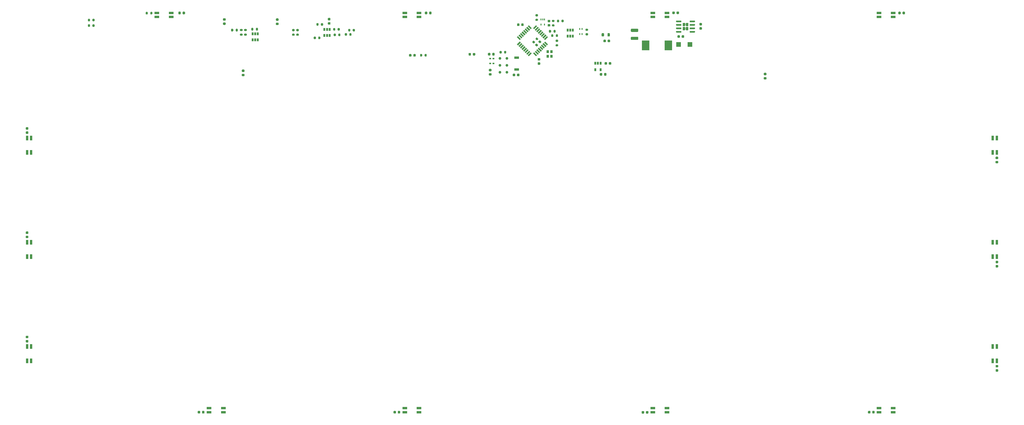
<source format=gbr>
%TF.GenerationSoftware,KiCad,Pcbnew,(5.1.8)-1*%
%TF.CreationDate,2022-08-08T12:33:42+10:00*%
%TF.ProjectId,tkl_keyboard,746b6c5f-6b65-4796-926f-6172642e6b69,rev?*%
%TF.SameCoordinates,Original*%
%TF.FileFunction,Paste,Top*%
%TF.FilePolarity,Positive*%
%FSLAX46Y46*%
G04 Gerber Fmt 4.6, Leading zero omitted, Abs format (unit mm)*
G04 Created by KiCad (PCBNEW (5.1.8)-1) date 2022-08-08 12:33:42*
%MOMM*%
%LPD*%
G01*
G04 APERTURE LIST*
%ADD10R,0.820000X1.800000*%
%ADD11R,1.800000X0.820000*%
%ADD12R,0.400000X0.650000*%
%ADD13R,0.700000X1.000000*%
%ADD14R,2.700000X3.600000*%
%ADD15R,1.800000X1.800000*%
%ADD16C,1.000000*%
%ADD17R,0.450000X0.750000*%
%ADD18R,1.700000X0.900000*%
%ADD19R,0.650000X1.060000*%
%ADD20C,0.100000*%
%ADD21R,0.850000X1.000000*%
%ADD22R,0.800000X0.600000*%
G04 APERTURE END LIST*
D10*
%TO.C,D180*%
X21475000Y-104993750D03*
X22975000Y-104993750D03*
X22975000Y-99793750D03*
X21475000Y-99793750D03*
%TD*%
%TO.C,D174*%
X21475000Y-143093750D03*
X22975000Y-143093750D03*
X22975000Y-137893750D03*
X21475000Y-137893750D03*
%TD*%
%TO.C,D167*%
X21475000Y-181193750D03*
X22975000Y-181193750D03*
X22975000Y-175993750D03*
X21475000Y-175993750D03*
%TD*%
D11*
%TO.C,D160*%
X93087500Y-199981250D03*
X93087500Y-198481250D03*
X87887500Y-198481250D03*
X87887500Y-199981250D03*
%TD*%
%TO.C,D31*%
X164525000Y-199981250D03*
X164525000Y-198481250D03*
X159325000Y-198481250D03*
X159325000Y-199981250D03*
%TD*%
%TO.C,D30*%
X332362500Y-54018750D03*
X332362500Y-55518750D03*
X337562500Y-55518750D03*
X337562500Y-54018750D03*
%TD*%
%TO.C,D29*%
X255012500Y-199981250D03*
X255012500Y-198481250D03*
X249812500Y-198481250D03*
X249812500Y-199981250D03*
%TD*%
%TO.C,D28*%
X249812500Y-54018750D03*
X249812500Y-55518750D03*
X255012500Y-55518750D03*
X255012500Y-54018750D03*
%TD*%
%TO.C,D22*%
X337562500Y-199981250D03*
X337562500Y-198481250D03*
X332362500Y-198481250D03*
X332362500Y-199981250D03*
%TD*%
%TO.C,D21*%
X159325000Y-54018750D03*
X159325000Y-55518750D03*
X164525000Y-55518750D03*
X164525000Y-54018750D03*
%TD*%
D10*
%TO.C,D15*%
X375400000Y-175993750D03*
X373900000Y-175993750D03*
X373900000Y-181193750D03*
X375400000Y-181193750D03*
%TD*%
D11*
%TO.C,D14*%
X68837500Y-54018750D03*
X68837500Y-55518750D03*
X74037500Y-55518750D03*
X74037500Y-54018750D03*
%TD*%
D10*
%TO.C,D8*%
X375400000Y-137893750D03*
X373900000Y-137893750D03*
X373900000Y-143093750D03*
X375400000Y-143093750D03*
%TD*%
%TO.C,D2*%
X375400000Y-99793750D03*
X373900000Y-99793750D03*
X373900000Y-104993750D03*
X375400000Y-104993750D03*
%TD*%
D12*
%TO.C,U10*%
X210347080Y-58298080D03*
X209047080Y-58298080D03*
X209697080Y-56398080D03*
X209047080Y-56398080D03*
X210347080Y-56398080D03*
%TD*%
%TO.C,R8*%
G36*
G01*
X207176960Y-56159720D02*
X207726960Y-56159720D01*
G75*
G02*
X207926960Y-56359720I0J-200000D01*
G01*
X207926960Y-56759720D01*
G75*
G02*
X207726960Y-56959720I-200000J0D01*
G01*
X207176960Y-56959720D01*
G75*
G02*
X206976960Y-56759720I0J200000D01*
G01*
X206976960Y-56359720D01*
G75*
G02*
X207176960Y-56159720I200000J0D01*
G01*
G37*
G36*
G01*
X207176960Y-54509720D02*
X207726960Y-54509720D01*
G75*
G02*
X207926960Y-54709720I0J-200000D01*
G01*
X207926960Y-55109720D01*
G75*
G02*
X207726960Y-55309720I-200000J0D01*
G01*
X207176960Y-55309720D01*
G75*
G02*
X206976960Y-55109720I0J200000D01*
G01*
X206976960Y-54709720D01*
G75*
G02*
X207176960Y-54509720I200000J0D01*
G01*
G37*
%TD*%
%TO.C,R46*%
G36*
G01*
X104942960Y-60239320D02*
X104942960Y-59689320D01*
G75*
G02*
X105142960Y-59489320I200000J0D01*
G01*
X105542960Y-59489320D01*
G75*
G02*
X105742960Y-59689320I0J-200000D01*
G01*
X105742960Y-60239320D01*
G75*
G02*
X105542960Y-60439320I-200000J0D01*
G01*
X105142960Y-60439320D01*
G75*
G02*
X104942960Y-60239320I0J200000D01*
G01*
G37*
G36*
G01*
X103292960Y-60239320D02*
X103292960Y-59689320D01*
G75*
G02*
X103492960Y-59489320I200000J0D01*
G01*
X103892960Y-59489320D01*
G75*
G02*
X104092960Y-59689320I0J-200000D01*
G01*
X104092960Y-60239320D01*
G75*
G02*
X103892960Y-60439320I-200000J0D01*
G01*
X103492960Y-60439320D01*
G75*
G02*
X103292960Y-60239320I0J200000D01*
G01*
G37*
%TD*%
%TO.C,R45*%
G36*
G01*
X96727960Y-60034760D02*
X96727960Y-60584760D01*
G75*
G02*
X96527960Y-60784760I-200000J0D01*
G01*
X96127960Y-60784760D01*
G75*
G02*
X95927960Y-60584760I0J200000D01*
G01*
X95927960Y-60034760D01*
G75*
G02*
X96127960Y-59834760I200000J0D01*
G01*
X96527960Y-59834760D01*
G75*
G02*
X96727960Y-60034760I0J-200000D01*
G01*
G37*
G36*
G01*
X98377960Y-60034760D02*
X98377960Y-60584760D01*
G75*
G02*
X98177960Y-60784760I-200000J0D01*
G01*
X97777960Y-60784760D01*
G75*
G02*
X97577960Y-60584760I0J200000D01*
G01*
X97577960Y-60034760D01*
G75*
G02*
X97777960Y-59834760I200000J0D01*
G01*
X98177960Y-59834760D01*
G75*
G02*
X98377960Y-60034760I0J-200000D01*
G01*
G37*
%TD*%
%TO.C,R44*%
G36*
G01*
X126877760Y-62869400D02*
X126877760Y-63419400D01*
G75*
G02*
X126677760Y-63619400I-200000J0D01*
G01*
X126277760Y-63619400D01*
G75*
G02*
X126077760Y-63419400I0J200000D01*
G01*
X126077760Y-62869400D01*
G75*
G02*
X126277760Y-62669400I200000J0D01*
G01*
X126677760Y-62669400D01*
G75*
G02*
X126877760Y-62869400I0J-200000D01*
G01*
G37*
G36*
G01*
X128527760Y-62869400D02*
X128527760Y-63419400D01*
G75*
G02*
X128327760Y-63619400I-200000J0D01*
G01*
X127927760Y-63619400D01*
G75*
G02*
X127727760Y-63419400I0J200000D01*
G01*
X127727760Y-62869400D01*
G75*
G02*
X127927760Y-62669400I200000J0D01*
G01*
X128327760Y-62669400D01*
G75*
G02*
X128527760Y-62869400I0J-200000D01*
G01*
G37*
%TD*%
%TO.C,R43*%
G36*
G01*
X127868360Y-57931640D02*
X127868360Y-58481640D01*
G75*
G02*
X127668360Y-58681640I-200000J0D01*
G01*
X127268360Y-58681640D01*
G75*
G02*
X127068360Y-58481640I0J200000D01*
G01*
X127068360Y-57931640D01*
G75*
G02*
X127268360Y-57731640I200000J0D01*
G01*
X127668360Y-57731640D01*
G75*
G02*
X127868360Y-57931640I0J-200000D01*
G01*
G37*
G36*
G01*
X129518360Y-57931640D02*
X129518360Y-58481640D01*
G75*
G02*
X129318360Y-58681640I-200000J0D01*
G01*
X128918360Y-58681640D01*
G75*
G02*
X128718360Y-58481640I0J200000D01*
G01*
X128718360Y-57931640D01*
G75*
G02*
X128918360Y-57731640I200000J0D01*
G01*
X129318360Y-57731640D01*
G75*
G02*
X129518360Y-57931640I0J-200000D01*
G01*
G37*
%TD*%
%TO.C,R42*%
G36*
G01*
X214548040Y-65471360D02*
X215098040Y-65471360D01*
G75*
G02*
X215298040Y-65671360I0J-200000D01*
G01*
X215298040Y-66071360D01*
G75*
G02*
X215098040Y-66271360I-200000J0D01*
G01*
X214548040Y-66271360D01*
G75*
G02*
X214348040Y-66071360I0J200000D01*
G01*
X214348040Y-65671360D01*
G75*
G02*
X214548040Y-65471360I200000J0D01*
G01*
G37*
G36*
G01*
X214548040Y-63821360D02*
X215098040Y-63821360D01*
G75*
G02*
X215298040Y-64021360I0J-200000D01*
G01*
X215298040Y-64421360D01*
G75*
G02*
X215098040Y-64621360I-200000J0D01*
G01*
X214548040Y-64621360D01*
G75*
G02*
X214348040Y-64421360I0J200000D01*
G01*
X214348040Y-64021360D01*
G75*
G02*
X214548040Y-63821360I200000J0D01*
G01*
G37*
%TD*%
%TO.C,R41*%
G36*
G01*
X134813360Y-60295200D02*
X134813360Y-59745200D01*
G75*
G02*
X135013360Y-59545200I200000J0D01*
G01*
X135413360Y-59545200D01*
G75*
G02*
X135613360Y-59745200I0J-200000D01*
G01*
X135613360Y-60295200D01*
G75*
G02*
X135413360Y-60495200I-200000J0D01*
G01*
X135013360Y-60495200D01*
G75*
G02*
X134813360Y-60295200I0J200000D01*
G01*
G37*
G36*
G01*
X133163360Y-60295200D02*
X133163360Y-59745200D01*
G75*
G02*
X133363360Y-59545200I200000J0D01*
G01*
X133763360Y-59545200D01*
G75*
G02*
X133963360Y-59745200I0J-200000D01*
G01*
X133963360Y-60295200D01*
G75*
G02*
X133763360Y-60495200I-200000J0D01*
G01*
X133363360Y-60495200D01*
G75*
G02*
X133163360Y-60295200I0J200000D01*
G01*
G37*
%TD*%
%TO.C,R40*%
G36*
G01*
X135031800Y-62317040D02*
X135031800Y-61767040D01*
G75*
G02*
X135231800Y-61567040I200000J0D01*
G01*
X135631800Y-61567040D01*
G75*
G02*
X135831800Y-61767040I0J-200000D01*
G01*
X135831800Y-62317040D01*
G75*
G02*
X135631800Y-62517040I-200000J0D01*
G01*
X135231800Y-62517040D01*
G75*
G02*
X135031800Y-62317040I0J200000D01*
G01*
G37*
G36*
G01*
X133381800Y-62317040D02*
X133381800Y-61767040D01*
G75*
G02*
X133581800Y-61567040I200000J0D01*
G01*
X133981800Y-61567040D01*
G75*
G02*
X134181800Y-61767040I0J-200000D01*
G01*
X134181800Y-62317040D01*
G75*
G02*
X133981800Y-62517040I-200000J0D01*
G01*
X133581800Y-62517040D01*
G75*
G02*
X133381800Y-62317040I0J200000D01*
G01*
G37*
%TD*%
%TO.C,C124*%
G36*
G01*
X100580000Y-75621000D02*
X100080000Y-75621000D01*
G75*
G02*
X99855000Y-75396000I0J225000D01*
G01*
X99855000Y-74946000D01*
G75*
G02*
X100080000Y-74721000I225000J0D01*
G01*
X100580000Y-74721000D01*
G75*
G02*
X100805000Y-74946000I0J-225000D01*
G01*
X100805000Y-75396000D01*
G75*
G02*
X100580000Y-75621000I-225000J0D01*
G01*
G37*
G36*
G01*
X100580000Y-77171000D02*
X100080000Y-77171000D01*
G75*
G02*
X99855000Y-76946000I0J225000D01*
G01*
X99855000Y-76496000D01*
G75*
G02*
X100080000Y-76271000I225000J0D01*
G01*
X100580000Y-76271000D01*
G75*
G02*
X100805000Y-76496000I0J-225000D01*
G01*
X100805000Y-76946000D01*
G75*
G02*
X100580000Y-77171000I-225000J0D01*
G01*
G37*
%TD*%
%TO.C,C123*%
G36*
G01*
X290580000Y-77460000D02*
X291080000Y-77460000D01*
G75*
G02*
X291305000Y-77685000I0J-225000D01*
G01*
X291305000Y-78135000D01*
G75*
G02*
X291080000Y-78360000I-225000J0D01*
G01*
X290580000Y-78360000D01*
G75*
G02*
X290355000Y-78135000I0J225000D01*
G01*
X290355000Y-77685000D01*
G75*
G02*
X290580000Y-77460000I225000J0D01*
G01*
G37*
G36*
G01*
X290580000Y-75910000D02*
X291080000Y-75910000D01*
G75*
G02*
X291305000Y-76135000I0J-225000D01*
G01*
X291305000Y-76585000D01*
G75*
G02*
X291080000Y-76810000I-225000J0D01*
G01*
X290580000Y-76810000D01*
G75*
G02*
X290355000Y-76585000I0J225000D01*
G01*
X290355000Y-76135000D01*
G75*
G02*
X290580000Y-75910000I225000J0D01*
G01*
G37*
%TD*%
%TO.C,C122*%
G36*
G01*
X246677000Y-199775000D02*
X246677000Y-200275000D01*
G75*
G02*
X246452000Y-200500000I-225000J0D01*
G01*
X246002000Y-200500000D01*
G75*
G02*
X245777000Y-200275000I0J225000D01*
G01*
X245777000Y-199775000D01*
G75*
G02*
X246002000Y-199550000I225000J0D01*
G01*
X246452000Y-199550000D01*
G75*
G02*
X246677000Y-199775000I0J-225000D01*
G01*
G37*
G36*
G01*
X248227000Y-199775000D02*
X248227000Y-200275000D01*
G75*
G02*
X248002000Y-200500000I-225000J0D01*
G01*
X247552000Y-200500000D01*
G75*
G02*
X247327000Y-200275000I0J225000D01*
G01*
X247327000Y-199775000D01*
G75*
G02*
X247552000Y-199550000I225000J0D01*
G01*
X248002000Y-199550000D01*
G75*
G02*
X248227000Y-199775000I0J-225000D01*
G01*
G37*
%TD*%
%TO.C,R15*%
G36*
G01*
X119907640Y-59926000D02*
X120457640Y-59926000D01*
G75*
G02*
X120657640Y-60126000I0J-200000D01*
G01*
X120657640Y-60526000D01*
G75*
G02*
X120457640Y-60726000I-200000J0D01*
G01*
X119907640Y-60726000D01*
G75*
G02*
X119707640Y-60526000I0J200000D01*
G01*
X119707640Y-60126000D01*
G75*
G02*
X119907640Y-59926000I200000J0D01*
G01*
G37*
G36*
G01*
X119907640Y-61576000D02*
X120457640Y-61576000D01*
G75*
G02*
X120657640Y-61776000I0J-200000D01*
G01*
X120657640Y-62176000D01*
G75*
G02*
X120457640Y-62376000I-200000J0D01*
G01*
X119907640Y-62376000D01*
G75*
G02*
X119707640Y-62176000I0J200000D01*
G01*
X119707640Y-61776000D01*
G75*
G02*
X119907640Y-61576000I200000J0D01*
G01*
G37*
%TD*%
%TO.C,R3*%
G36*
G01*
X165687800Y-69204800D02*
X165687800Y-69754800D01*
G75*
G02*
X165487800Y-69954800I-200000J0D01*
G01*
X165087800Y-69954800D01*
G75*
G02*
X164887800Y-69754800I0J200000D01*
G01*
X164887800Y-69204800D01*
G75*
G02*
X165087800Y-69004800I200000J0D01*
G01*
X165487800Y-69004800D01*
G75*
G02*
X165687800Y-69204800I0J-200000D01*
G01*
G37*
G36*
G01*
X167337800Y-69204800D02*
X167337800Y-69754800D01*
G75*
G02*
X167137800Y-69954800I-200000J0D01*
G01*
X166737800Y-69954800D01*
G75*
G02*
X166537800Y-69754800I0J200000D01*
G01*
X166537800Y-69204800D01*
G75*
G02*
X166737800Y-69004800I200000J0D01*
G01*
X167137800Y-69004800D01*
G75*
G02*
X167337800Y-69204800I0J-200000D01*
G01*
G37*
%TD*%
%TO.C,D194*%
G36*
G01*
X161752800Y-69263550D02*
X161752800Y-69776050D01*
G75*
G02*
X161534050Y-69994800I-218750J0D01*
G01*
X161096550Y-69994800D01*
G75*
G02*
X160877800Y-69776050I0J218750D01*
G01*
X160877800Y-69263550D01*
G75*
G02*
X161096550Y-69044800I218750J0D01*
G01*
X161534050Y-69044800D01*
G75*
G02*
X161752800Y-69263550I0J-218750D01*
G01*
G37*
G36*
G01*
X163327800Y-69263550D02*
X163327800Y-69776050D01*
G75*
G02*
X163109050Y-69994800I-218750J0D01*
G01*
X162671550Y-69994800D01*
G75*
G02*
X162452800Y-69776050I0J218750D01*
G01*
X162452800Y-69263550D01*
G75*
G02*
X162671550Y-69044800I218750J0D01*
G01*
X163109050Y-69044800D01*
G75*
G02*
X163327800Y-69263550I0J-218750D01*
G01*
G37*
%TD*%
D13*
%TO.C,U9*%
X230759000Y-74777300D03*
X228859000Y-74777300D03*
X228859000Y-72377300D03*
X229809000Y-72377300D03*
X230759000Y-72377300D03*
%TD*%
%TO.C,U2*%
G36*
G01*
X261662400Y-57894440D02*
X261662400Y-58644440D01*
G75*
G02*
X261432400Y-58874440I-230000J0D01*
G01*
X260972400Y-58874440D01*
G75*
G02*
X260742400Y-58644440I0J230000D01*
G01*
X260742400Y-57894440D01*
G75*
G02*
X260972400Y-57664440I230000J0D01*
G01*
X261432400Y-57664440D01*
G75*
G02*
X261662400Y-57894440I0J-230000D01*
G01*
G37*
G36*
G01*
X261662400Y-59394440D02*
X261662400Y-60144440D01*
G75*
G02*
X261432400Y-60374440I-230000J0D01*
G01*
X260972400Y-60374440D01*
G75*
G02*
X260742400Y-60144440I0J230000D01*
G01*
X260742400Y-59394440D01*
G75*
G02*
X260972400Y-59164440I230000J0D01*
G01*
X261432400Y-59164440D01*
G75*
G02*
X261662400Y-59394440I0J-230000D01*
G01*
G37*
G36*
G01*
X262802400Y-57894440D02*
X262802400Y-58644440D01*
G75*
G02*
X262572400Y-58874440I-230000J0D01*
G01*
X262112400Y-58874440D01*
G75*
G02*
X261882400Y-58644440I0J230000D01*
G01*
X261882400Y-57894440D01*
G75*
G02*
X262112400Y-57664440I230000J0D01*
G01*
X262572400Y-57664440D01*
G75*
G02*
X262802400Y-57894440I0J-230000D01*
G01*
G37*
G36*
G01*
X262802400Y-59394440D02*
X262802400Y-60144440D01*
G75*
G02*
X262572400Y-60374440I-230000J0D01*
G01*
X262112400Y-60374440D01*
G75*
G02*
X261882400Y-60144440I0J230000D01*
G01*
X261882400Y-59394440D01*
G75*
G02*
X262112400Y-59164440I230000J0D01*
G01*
X262572400Y-59164440D01*
G75*
G02*
X262802400Y-59394440I0J-230000D01*
G01*
G37*
G36*
G01*
X260272400Y-60774440D02*
X260272400Y-61074440D01*
G75*
G02*
X260122400Y-61224440I-150000J0D01*
G01*
X258472400Y-61224440D01*
G75*
G02*
X258322400Y-61074440I0J150000D01*
G01*
X258322400Y-60774440D01*
G75*
G02*
X258472400Y-60624440I150000J0D01*
G01*
X260122400Y-60624440D01*
G75*
G02*
X260272400Y-60774440I0J-150000D01*
G01*
G37*
G36*
G01*
X260272400Y-59504440D02*
X260272400Y-59804440D01*
G75*
G02*
X260122400Y-59954440I-150000J0D01*
G01*
X258472400Y-59954440D01*
G75*
G02*
X258322400Y-59804440I0J150000D01*
G01*
X258322400Y-59504440D01*
G75*
G02*
X258472400Y-59354440I150000J0D01*
G01*
X260122400Y-59354440D01*
G75*
G02*
X260272400Y-59504440I0J-150000D01*
G01*
G37*
G36*
G01*
X260272400Y-58234440D02*
X260272400Y-58534440D01*
G75*
G02*
X260122400Y-58684440I-150000J0D01*
G01*
X258472400Y-58684440D01*
G75*
G02*
X258322400Y-58534440I0J150000D01*
G01*
X258322400Y-58234440D01*
G75*
G02*
X258472400Y-58084440I150000J0D01*
G01*
X260122400Y-58084440D01*
G75*
G02*
X260272400Y-58234440I0J-150000D01*
G01*
G37*
G36*
G01*
X260272400Y-56964440D02*
X260272400Y-57264440D01*
G75*
G02*
X260122400Y-57414440I-150000J0D01*
G01*
X258472400Y-57414440D01*
G75*
G02*
X258322400Y-57264440I0J150000D01*
G01*
X258322400Y-56964440D01*
G75*
G02*
X258472400Y-56814440I150000J0D01*
G01*
X260122400Y-56814440D01*
G75*
G02*
X260272400Y-56964440I0J-150000D01*
G01*
G37*
G36*
G01*
X265222400Y-56964440D02*
X265222400Y-57264440D01*
G75*
G02*
X265072400Y-57414440I-150000J0D01*
G01*
X263422400Y-57414440D01*
G75*
G02*
X263272400Y-57264440I0J150000D01*
G01*
X263272400Y-56964440D01*
G75*
G02*
X263422400Y-56814440I150000J0D01*
G01*
X265072400Y-56814440D01*
G75*
G02*
X265222400Y-56964440I0J-150000D01*
G01*
G37*
G36*
G01*
X265222400Y-58234440D02*
X265222400Y-58534440D01*
G75*
G02*
X265072400Y-58684440I-150000J0D01*
G01*
X263422400Y-58684440D01*
G75*
G02*
X263272400Y-58534440I0J150000D01*
G01*
X263272400Y-58234440D01*
G75*
G02*
X263422400Y-58084440I150000J0D01*
G01*
X265072400Y-58084440D01*
G75*
G02*
X265222400Y-58234440I0J-150000D01*
G01*
G37*
G36*
G01*
X265222400Y-59504440D02*
X265222400Y-59804440D01*
G75*
G02*
X265072400Y-59954440I-150000J0D01*
G01*
X263422400Y-59954440D01*
G75*
G02*
X263272400Y-59804440I0J150000D01*
G01*
X263272400Y-59504440D01*
G75*
G02*
X263422400Y-59354440I150000J0D01*
G01*
X265072400Y-59354440D01*
G75*
G02*
X265222400Y-59504440I0J-150000D01*
G01*
G37*
G36*
G01*
X265222400Y-60774440D02*
X265222400Y-61074440D01*
G75*
G02*
X265072400Y-61224440I-150000J0D01*
G01*
X263422400Y-61224440D01*
G75*
G02*
X263272400Y-61074440I0J150000D01*
G01*
X263272400Y-60774440D01*
G75*
G02*
X263422400Y-60624440I150000J0D01*
G01*
X265072400Y-60624440D01*
G75*
G02*
X265222400Y-60774440I0J-150000D01*
G01*
G37*
%TD*%
D14*
%TO.C,L2*%
X247183000Y-65928240D03*
X255483000Y-65928240D03*
%TD*%
D15*
%TO.C,D1*%
X263410700Y-65572640D03*
X259210700Y-65572640D03*
%TD*%
%TO.C,C121*%
G36*
G01*
X244284681Y-60954080D02*
X242084679Y-60954080D01*
G75*
G02*
X241834680Y-60704081I0J249999D01*
G01*
X241834680Y-60054079D01*
G75*
G02*
X242084679Y-59804080I249999J0D01*
G01*
X244284681Y-59804080D01*
G75*
G02*
X244534680Y-60054079I0J-249999D01*
G01*
X244534680Y-60704081D01*
G75*
G02*
X244284681Y-60954080I-249999J0D01*
G01*
G37*
G36*
G01*
X244284681Y-63904080D02*
X242084679Y-63904080D01*
G75*
G02*
X241834680Y-63654081I0J249999D01*
G01*
X241834680Y-63004079D01*
G75*
G02*
X242084679Y-62754080I249999J0D01*
G01*
X244284681Y-62754080D01*
G75*
G02*
X244534680Y-63004079I0J-249999D01*
G01*
X244534680Y-63654081D01*
G75*
G02*
X244284681Y-63904080I-249999J0D01*
G01*
G37*
%TD*%
%TO.C,C120*%
G36*
G01*
X232049200Y-76724320D02*
X232049200Y-76224320D01*
G75*
G02*
X232274200Y-75999320I225000J0D01*
G01*
X232724200Y-75999320D01*
G75*
G02*
X232949200Y-76224320I0J-225000D01*
G01*
X232949200Y-76724320D01*
G75*
G02*
X232724200Y-76949320I-225000J0D01*
G01*
X232274200Y-76949320D01*
G75*
G02*
X232049200Y-76724320I0J225000D01*
G01*
G37*
G36*
G01*
X230499200Y-76724320D02*
X230499200Y-76224320D01*
G75*
G02*
X230724200Y-75999320I225000J0D01*
G01*
X231174200Y-75999320D01*
G75*
G02*
X231399200Y-76224320I0J-225000D01*
G01*
X231399200Y-76724320D01*
G75*
G02*
X231174200Y-76949320I-225000J0D01*
G01*
X230724200Y-76949320D01*
G75*
G02*
X230499200Y-76724320I0J225000D01*
G01*
G37*
%TD*%
%TO.C,C119*%
G36*
G01*
X259733200Y-62401640D02*
X259733200Y-62901640D01*
G75*
G02*
X259508200Y-63126640I-225000J0D01*
G01*
X259058200Y-63126640D01*
G75*
G02*
X258833200Y-62901640I0J225000D01*
G01*
X258833200Y-62401640D01*
G75*
G02*
X259058200Y-62176640I225000J0D01*
G01*
X259508200Y-62176640D01*
G75*
G02*
X259733200Y-62401640I0J-225000D01*
G01*
G37*
G36*
G01*
X261283200Y-62401640D02*
X261283200Y-62901640D01*
G75*
G02*
X261058200Y-63126640I-225000J0D01*
G01*
X260608200Y-63126640D01*
G75*
G02*
X260383200Y-62901640I0J225000D01*
G01*
X260383200Y-62401640D01*
G75*
G02*
X260608200Y-62176640I225000J0D01*
G01*
X261058200Y-62176640D01*
G75*
G02*
X261283200Y-62401640I0J-225000D01*
G01*
G37*
%TD*%
%TO.C,C5*%
G36*
G01*
X233791640Y-72726360D02*
X233791640Y-72226360D01*
G75*
G02*
X234016640Y-72001360I225000J0D01*
G01*
X234466640Y-72001360D01*
G75*
G02*
X234691640Y-72226360I0J-225000D01*
G01*
X234691640Y-72726360D01*
G75*
G02*
X234466640Y-72951360I-225000J0D01*
G01*
X234016640Y-72951360D01*
G75*
G02*
X233791640Y-72726360I0J225000D01*
G01*
G37*
G36*
G01*
X232241640Y-72726360D02*
X232241640Y-72226360D01*
G75*
G02*
X232466640Y-72001360I225000J0D01*
G01*
X232916640Y-72001360D01*
G75*
G02*
X233141640Y-72226360I0J-225000D01*
G01*
X233141640Y-72726360D01*
G75*
G02*
X232916640Y-72951360I-225000J0D01*
G01*
X232466640Y-72951360D01*
G75*
G02*
X232241640Y-72726360I0J225000D01*
G01*
G37*
%TD*%
%TO.C,C4*%
G36*
G01*
X267559600Y-58595080D02*
X267059600Y-58595080D01*
G75*
G02*
X266834600Y-58370080I0J225000D01*
G01*
X266834600Y-57920080D01*
G75*
G02*
X267059600Y-57695080I225000J0D01*
G01*
X267559600Y-57695080D01*
G75*
G02*
X267784600Y-57920080I0J-225000D01*
G01*
X267784600Y-58370080D01*
G75*
G02*
X267559600Y-58595080I-225000J0D01*
G01*
G37*
G36*
G01*
X267559600Y-60145080D02*
X267059600Y-60145080D01*
G75*
G02*
X266834600Y-59920080I0J225000D01*
G01*
X266834600Y-59470080D01*
G75*
G02*
X267059600Y-59245080I225000J0D01*
G01*
X267559600Y-59245080D01*
G75*
G02*
X267784600Y-59470080I0J-225000D01*
G01*
X267784600Y-59920080D01*
G75*
G02*
X267559600Y-60145080I-225000J0D01*
G01*
G37*
%TD*%
D16*
%TO.C,J5*%
X194030600Y-70637400D03*
X196570600Y-70637400D03*
X194030600Y-73177400D03*
X196570600Y-73177400D03*
X194030600Y-75717400D03*
X196570600Y-75717400D03*
%TD*%
%TO.C,C3*%
G36*
G01*
X234262080Y-64022160D02*
X234262080Y-64522160D01*
G75*
G02*
X234037080Y-64747160I-225000J0D01*
G01*
X233587080Y-64747160D01*
G75*
G02*
X233362080Y-64522160I0J225000D01*
G01*
X233362080Y-64022160D01*
G75*
G02*
X233587080Y-63797160I225000J0D01*
G01*
X234037080Y-63797160D01*
G75*
G02*
X234262080Y-64022160I0J-225000D01*
G01*
G37*
G36*
G01*
X232712080Y-64022160D02*
X232712080Y-64522160D01*
G75*
G02*
X232487080Y-64747160I-225000J0D01*
G01*
X232037080Y-64747160D01*
G75*
G02*
X231812080Y-64522160I0J225000D01*
G01*
X231812080Y-64022160D01*
G75*
G02*
X232037080Y-63797160I225000J0D01*
G01*
X232487080Y-63797160D01*
G75*
G02*
X232712080Y-64022160I0J-225000D01*
G01*
G37*
%TD*%
%TO.C,C6*%
G36*
G01*
X211687600Y-58097000D02*
X212187600Y-58097000D01*
G75*
G02*
X212412600Y-58322000I0J-225000D01*
G01*
X212412600Y-58772000D01*
G75*
G02*
X212187600Y-58997000I-225000J0D01*
G01*
X211687600Y-58997000D01*
G75*
G02*
X211462600Y-58772000I0J225000D01*
G01*
X211462600Y-58322000D01*
G75*
G02*
X211687600Y-58097000I225000J0D01*
G01*
G37*
G36*
G01*
X211687600Y-56547000D02*
X212187600Y-56547000D01*
G75*
G02*
X212412600Y-56772000I0J-225000D01*
G01*
X212412600Y-57222000D01*
G75*
G02*
X212187600Y-57447000I-225000J0D01*
G01*
X211687600Y-57447000D01*
G75*
G02*
X211462600Y-57222000I0J225000D01*
G01*
X211462600Y-56772000D01*
G75*
G02*
X211687600Y-56547000I225000J0D01*
G01*
G37*
%TD*%
%TO.C,C7*%
G36*
G01*
X208037620Y-70532240D02*
X208537620Y-70532240D01*
G75*
G02*
X208762620Y-70757240I0J-225000D01*
G01*
X208762620Y-71207240D01*
G75*
G02*
X208537620Y-71432240I-225000J0D01*
G01*
X208037620Y-71432240D01*
G75*
G02*
X207812620Y-71207240I0J225000D01*
G01*
X207812620Y-70757240D01*
G75*
G02*
X208037620Y-70532240I225000J0D01*
G01*
G37*
G36*
G01*
X208037620Y-72082240D02*
X208537620Y-72082240D01*
G75*
G02*
X208762620Y-72307240I0J-225000D01*
G01*
X208762620Y-72757240D01*
G75*
G02*
X208537620Y-72982240I-225000J0D01*
G01*
X208037620Y-72982240D01*
G75*
G02*
X207812620Y-72757240I0J225000D01*
G01*
X207812620Y-72307240D01*
G75*
G02*
X208037620Y-72082240I225000J0D01*
G01*
G37*
%TD*%
%TO.C,C8*%
G36*
G01*
X201178280Y-58098880D02*
X201178280Y-58598880D01*
G75*
G02*
X200953280Y-58823880I-225000J0D01*
G01*
X200503280Y-58823880D01*
G75*
G02*
X200278280Y-58598880I0J225000D01*
G01*
X200278280Y-58098880D01*
G75*
G02*
X200503280Y-57873880I225000J0D01*
G01*
X200953280Y-57873880D01*
G75*
G02*
X201178280Y-58098880I0J-225000D01*
G01*
G37*
G36*
G01*
X202728280Y-58098880D02*
X202728280Y-58598880D01*
G75*
G02*
X202503280Y-58823880I-225000J0D01*
G01*
X202053280Y-58823880D01*
G75*
G02*
X201828280Y-58598880I0J225000D01*
G01*
X201828280Y-58098880D01*
G75*
G02*
X202053280Y-57873880I225000J0D01*
G01*
X202503280Y-57873880D01*
G75*
G02*
X202728280Y-58098880I0J-225000D01*
G01*
G37*
%TD*%
%TO.C,C23*%
G36*
G01*
X329270180Y-199726740D02*
X329270180Y-200226740D01*
G75*
G02*
X329045180Y-200451740I-225000J0D01*
G01*
X328595180Y-200451740D01*
G75*
G02*
X328370180Y-200226740I0J225000D01*
G01*
X328370180Y-199726740D01*
G75*
G02*
X328595180Y-199501740I225000J0D01*
G01*
X329045180Y-199501740D01*
G75*
G02*
X329270180Y-199726740I0J-225000D01*
G01*
G37*
G36*
G01*
X330820180Y-199726740D02*
X330820180Y-200226740D01*
G75*
G02*
X330595180Y-200451740I-225000J0D01*
G01*
X330145180Y-200451740D01*
G75*
G02*
X329920180Y-200226740I0J225000D01*
G01*
X329920180Y-199726740D01*
G75*
G02*
X330145180Y-199501740I225000J0D01*
G01*
X330595180Y-199501740D01*
G75*
G02*
X330820180Y-199726740I0J-225000D01*
G01*
G37*
%TD*%
%TO.C,C25*%
G36*
G01*
X375156920Y-108115280D02*
X375656920Y-108115280D01*
G75*
G02*
X375881920Y-108340280I0J-225000D01*
G01*
X375881920Y-108790280D01*
G75*
G02*
X375656920Y-109015280I-225000J0D01*
G01*
X375156920Y-109015280D01*
G75*
G02*
X374931920Y-108790280I0J225000D01*
G01*
X374931920Y-108340280D01*
G75*
G02*
X375156920Y-108115280I225000J0D01*
G01*
G37*
G36*
G01*
X375156920Y-106565280D02*
X375656920Y-106565280D01*
G75*
G02*
X375881920Y-106790280I0J-225000D01*
G01*
X375881920Y-107240280D01*
G75*
G02*
X375656920Y-107465280I-225000J0D01*
G01*
X375156920Y-107465280D01*
G75*
G02*
X374931920Y-107240280I0J225000D01*
G01*
X374931920Y-106790280D01*
G75*
G02*
X375156920Y-106565280I225000J0D01*
G01*
G37*
%TD*%
%TO.C,C31*%
G36*
G01*
X339427400Y-54301200D02*
X339427400Y-53801200D01*
G75*
G02*
X339652400Y-53576200I225000J0D01*
G01*
X340102400Y-53576200D01*
G75*
G02*
X340327400Y-53801200I0J-225000D01*
G01*
X340327400Y-54301200D01*
G75*
G02*
X340102400Y-54526200I-225000J0D01*
G01*
X339652400Y-54526200D01*
G75*
G02*
X339427400Y-54301200I0J225000D01*
G01*
G37*
G36*
G01*
X340977400Y-54301200D02*
X340977400Y-53801200D01*
G75*
G02*
X341202400Y-53576200I225000J0D01*
G01*
X341652400Y-53576200D01*
G75*
G02*
X341877400Y-53801200I0J-225000D01*
G01*
X341877400Y-54301200D01*
G75*
G02*
X341652400Y-54526200I-225000J0D01*
G01*
X341202400Y-54526200D01*
G75*
G02*
X340977400Y-54301200I0J225000D01*
G01*
G37*
%TD*%
%TO.C,C32*%
G36*
G01*
X21720620Y-174485720D02*
X21220620Y-174485720D01*
G75*
G02*
X20995620Y-174260720I0J225000D01*
G01*
X20995620Y-173810720D01*
G75*
G02*
X21220620Y-173585720I225000J0D01*
G01*
X21720620Y-173585720D01*
G75*
G02*
X21945620Y-173810720I0J-225000D01*
G01*
X21945620Y-174260720D01*
G75*
G02*
X21720620Y-174485720I-225000J0D01*
G01*
G37*
G36*
G01*
X21720620Y-172935720D02*
X21220620Y-172935720D01*
G75*
G02*
X20995620Y-172710720I0J225000D01*
G01*
X20995620Y-172260720D01*
G75*
G02*
X21220620Y-172035720I225000J0D01*
G01*
X21720620Y-172035720D01*
G75*
G02*
X21945620Y-172260720I0J-225000D01*
G01*
X21945620Y-172710720D01*
G75*
G02*
X21720620Y-172935720I-225000J0D01*
G01*
G37*
%TD*%
%TO.C,C39*%
G36*
G01*
X86213100Y-199731820D02*
X86213100Y-200231820D01*
G75*
G02*
X85988100Y-200456820I-225000J0D01*
G01*
X85538100Y-200456820D01*
G75*
G02*
X85313100Y-200231820I0J225000D01*
G01*
X85313100Y-199731820D01*
G75*
G02*
X85538100Y-199506820I225000J0D01*
G01*
X85988100Y-199506820D01*
G75*
G02*
X86213100Y-199731820I0J-225000D01*
G01*
G37*
G36*
G01*
X84663100Y-199731820D02*
X84663100Y-200231820D01*
G75*
G02*
X84438100Y-200456820I-225000J0D01*
G01*
X83988100Y-200456820D01*
G75*
G02*
X83763100Y-200231820I0J225000D01*
G01*
X83763100Y-199731820D01*
G75*
G02*
X83988100Y-199506820I225000J0D01*
G01*
X84438100Y-199506820D01*
G75*
G02*
X84663100Y-199731820I0J-225000D01*
G01*
G37*
%TD*%
%TO.C,C42*%
G36*
G01*
X190568400Y-68863400D02*
X190568400Y-69363400D01*
G75*
G02*
X190343400Y-69588400I-225000J0D01*
G01*
X189893400Y-69588400D01*
G75*
G02*
X189668400Y-69363400I0J225000D01*
G01*
X189668400Y-68863400D01*
G75*
G02*
X189893400Y-68638400I225000J0D01*
G01*
X190343400Y-68638400D01*
G75*
G02*
X190568400Y-68863400I0J-225000D01*
G01*
G37*
G36*
G01*
X192118400Y-68863400D02*
X192118400Y-69363400D01*
G75*
G02*
X191893400Y-69588400I-225000J0D01*
G01*
X191443400Y-69588400D01*
G75*
G02*
X191218400Y-69363400I0J225000D01*
G01*
X191218400Y-68863400D01*
G75*
G02*
X191443400Y-68638400I225000J0D01*
G01*
X191893400Y-68638400D01*
G75*
G02*
X192118400Y-68863400I0J-225000D01*
G01*
G37*
%TD*%
%TO.C,C44*%
G36*
G01*
X190740000Y-76930000D02*
X190240000Y-76930000D01*
G75*
G02*
X190015000Y-76705000I0J225000D01*
G01*
X190015000Y-76255000D01*
G75*
G02*
X190240000Y-76030000I225000J0D01*
G01*
X190740000Y-76030000D01*
G75*
G02*
X190965000Y-76255000I0J-225000D01*
G01*
X190965000Y-76705000D01*
G75*
G02*
X190740000Y-76930000I-225000J0D01*
G01*
G37*
G36*
G01*
X190740000Y-75380000D02*
X190240000Y-75380000D01*
G75*
G02*
X190015000Y-75155000I0J225000D01*
G01*
X190015000Y-74705000D01*
G75*
G02*
X190240000Y-74480000I225000J0D01*
G01*
X190740000Y-74480000D01*
G75*
G02*
X190965000Y-74705000I0J-225000D01*
G01*
X190965000Y-75155000D01*
G75*
G02*
X190740000Y-75380000I-225000J0D01*
G01*
G37*
%TD*%
%TO.C,C45*%
G36*
G01*
X183494500Y-68876100D02*
X183494500Y-69376100D01*
G75*
G02*
X183269500Y-69601100I-225000J0D01*
G01*
X182819500Y-69601100D01*
G75*
G02*
X182594500Y-69376100I0J225000D01*
G01*
X182594500Y-68876100D01*
G75*
G02*
X182819500Y-68651100I225000J0D01*
G01*
X183269500Y-68651100D01*
G75*
G02*
X183494500Y-68876100I0J-225000D01*
G01*
G37*
G36*
G01*
X185044500Y-68876100D02*
X185044500Y-69376100D01*
G75*
G02*
X184819500Y-69601100I-225000J0D01*
G01*
X184369500Y-69601100D01*
G75*
G02*
X184144500Y-69376100I0J225000D01*
G01*
X184144500Y-68876100D01*
G75*
G02*
X184369500Y-68651100I225000J0D01*
G01*
X184819500Y-68651100D01*
G75*
G02*
X185044500Y-68876100I0J-225000D01*
G01*
G37*
%TD*%
%TO.C,C46*%
G36*
G01*
X200273500Y-76947840D02*
X200273500Y-76447840D01*
G75*
G02*
X200498500Y-76222840I225000J0D01*
G01*
X200948500Y-76222840D01*
G75*
G02*
X201173500Y-76447840I0J-225000D01*
G01*
X201173500Y-76947840D01*
G75*
G02*
X200948500Y-77172840I-225000J0D01*
G01*
X200498500Y-77172840D01*
G75*
G02*
X200273500Y-76947840I0J225000D01*
G01*
G37*
G36*
G01*
X198723500Y-76947840D02*
X198723500Y-76447840D01*
G75*
G02*
X198948500Y-76222840I225000J0D01*
G01*
X199398500Y-76222840D01*
G75*
G02*
X199623500Y-76447840I0J-225000D01*
G01*
X199623500Y-76947840D01*
G75*
G02*
X199398500Y-77172840I-225000J0D01*
G01*
X198948500Y-77172840D01*
G75*
G02*
X198723500Y-76947840I0J225000D01*
G01*
G37*
%TD*%
%TO.C,C59*%
G36*
G01*
X168196440Y-54288500D02*
X168196440Y-53788500D01*
G75*
G02*
X168421440Y-53563500I225000J0D01*
G01*
X168871440Y-53563500D01*
G75*
G02*
X169096440Y-53788500I0J-225000D01*
G01*
X169096440Y-54288500D01*
G75*
G02*
X168871440Y-54513500I-225000J0D01*
G01*
X168421440Y-54513500D01*
G75*
G02*
X168196440Y-54288500I0J225000D01*
G01*
G37*
G36*
G01*
X166646440Y-54288500D02*
X166646440Y-53788500D01*
G75*
G02*
X166871440Y-53563500I225000J0D01*
G01*
X167321440Y-53563500D01*
G75*
G02*
X167546440Y-53788500I0J-225000D01*
G01*
X167546440Y-54288500D01*
G75*
G02*
X167321440Y-54513500I-225000J0D01*
G01*
X166871440Y-54513500D01*
G75*
G02*
X166646440Y-54288500I0J225000D01*
G01*
G37*
%TD*%
%TO.C,C72*%
G36*
G01*
X256953600Y-54225000D02*
X256953600Y-53725000D01*
G75*
G02*
X257178600Y-53500000I225000J0D01*
G01*
X257628600Y-53500000D01*
G75*
G02*
X257853600Y-53725000I0J-225000D01*
G01*
X257853600Y-54225000D01*
G75*
G02*
X257628600Y-54450000I-225000J0D01*
G01*
X257178600Y-54450000D01*
G75*
G02*
X256953600Y-54225000I0J225000D01*
G01*
G37*
G36*
G01*
X258503600Y-54225000D02*
X258503600Y-53725000D01*
G75*
G02*
X258728600Y-53500000I225000J0D01*
G01*
X259178600Y-53500000D01*
G75*
G02*
X259403600Y-53725000I0J-225000D01*
G01*
X259403600Y-54225000D01*
G75*
G02*
X259178600Y-54450000I-225000J0D01*
G01*
X258728600Y-54450000D01*
G75*
G02*
X258503600Y-54225000I0J225000D01*
G01*
G37*
%TD*%
%TO.C,C74*%
G36*
G01*
X78225230Y-54291040D02*
X78225230Y-53791040D01*
G75*
G02*
X78450230Y-53566040I225000J0D01*
G01*
X78900230Y-53566040D01*
G75*
G02*
X79125230Y-53791040I0J-225000D01*
G01*
X79125230Y-54291040D01*
G75*
G02*
X78900230Y-54516040I-225000J0D01*
G01*
X78450230Y-54516040D01*
G75*
G02*
X78225230Y-54291040I0J225000D01*
G01*
G37*
G36*
G01*
X76675230Y-54291040D02*
X76675230Y-53791040D01*
G75*
G02*
X76900230Y-53566040I225000J0D01*
G01*
X77350230Y-53566040D01*
G75*
G02*
X77575230Y-53791040I0J-225000D01*
G01*
X77575230Y-54291040D01*
G75*
G02*
X77350230Y-54516040I-225000J0D01*
G01*
X76900230Y-54516040D01*
G75*
G02*
X76675230Y-54291040I0J225000D01*
G01*
G37*
%TD*%
%TO.C,C75*%
G36*
G01*
X375172160Y-182719560D02*
X375672160Y-182719560D01*
G75*
G02*
X375897160Y-182944560I0J-225000D01*
G01*
X375897160Y-183394560D01*
G75*
G02*
X375672160Y-183619560I-225000J0D01*
G01*
X375172160Y-183619560D01*
G75*
G02*
X374947160Y-183394560I0J225000D01*
G01*
X374947160Y-182944560D01*
G75*
G02*
X375172160Y-182719560I225000J0D01*
G01*
G37*
G36*
G01*
X375172160Y-184269560D02*
X375672160Y-184269560D01*
G75*
G02*
X375897160Y-184494560I0J-225000D01*
G01*
X375897160Y-184944560D01*
G75*
G02*
X375672160Y-185169560I-225000J0D01*
G01*
X375172160Y-185169560D01*
G75*
G02*
X374947160Y-184944560I0J225000D01*
G01*
X374947160Y-184494560D01*
G75*
G02*
X375172160Y-184269560I225000J0D01*
G01*
G37*
%TD*%
%TO.C,C87*%
G36*
G01*
X375167080Y-144629720D02*
X375667080Y-144629720D01*
G75*
G02*
X375892080Y-144854720I0J-225000D01*
G01*
X375892080Y-145304720D01*
G75*
G02*
X375667080Y-145529720I-225000J0D01*
G01*
X375167080Y-145529720D01*
G75*
G02*
X374942080Y-145304720I0J225000D01*
G01*
X374942080Y-144854720D01*
G75*
G02*
X375167080Y-144629720I225000J0D01*
G01*
G37*
G36*
G01*
X375167080Y-146179720D02*
X375667080Y-146179720D01*
G75*
G02*
X375892080Y-146404720I0J-225000D01*
G01*
X375892080Y-146854720D01*
G75*
G02*
X375667080Y-147079720I-225000J0D01*
G01*
X375167080Y-147079720D01*
G75*
G02*
X374942080Y-146854720I0J225000D01*
G01*
X374942080Y-146404720D01*
G75*
G02*
X375167080Y-146179720I225000J0D01*
G01*
G37*
%TD*%
%TO.C,C88*%
G36*
G01*
X21718080Y-136373020D02*
X21218080Y-136373020D01*
G75*
G02*
X20993080Y-136148020I0J225000D01*
G01*
X20993080Y-135698020D01*
G75*
G02*
X21218080Y-135473020I225000J0D01*
G01*
X21718080Y-135473020D01*
G75*
G02*
X21943080Y-135698020I0J-225000D01*
G01*
X21943080Y-136148020D01*
G75*
G02*
X21718080Y-136373020I-225000J0D01*
G01*
G37*
G36*
G01*
X21718080Y-134823020D02*
X21218080Y-134823020D01*
G75*
G02*
X20993080Y-134598020I0J225000D01*
G01*
X20993080Y-134148020D01*
G75*
G02*
X21218080Y-133923020I225000J0D01*
G01*
X21718080Y-133923020D01*
G75*
G02*
X21943080Y-134148020I0J-225000D01*
G01*
X21943080Y-134598020D01*
G75*
G02*
X21718080Y-134823020I-225000J0D01*
G01*
G37*
%TD*%
%TO.C,C101*%
G36*
G01*
X21730780Y-96700160D02*
X21230780Y-96700160D01*
G75*
G02*
X21005780Y-96475160I0J225000D01*
G01*
X21005780Y-96025160D01*
G75*
G02*
X21230780Y-95800160I225000J0D01*
G01*
X21730780Y-95800160D01*
G75*
G02*
X21955780Y-96025160I0J-225000D01*
G01*
X21955780Y-96475160D01*
G75*
G02*
X21730780Y-96700160I-225000J0D01*
G01*
G37*
G36*
G01*
X21730780Y-98250160D02*
X21230780Y-98250160D01*
G75*
G02*
X21005780Y-98025160I0J225000D01*
G01*
X21005780Y-97575160D01*
G75*
G02*
X21230780Y-97350160I225000J0D01*
G01*
X21730780Y-97350160D01*
G75*
G02*
X21955780Y-97575160I0J-225000D01*
G01*
X21955780Y-98025160D01*
G75*
G02*
X21730780Y-98250160I-225000J0D01*
G01*
G37*
%TD*%
%TO.C,C114*%
G36*
G01*
X157663300Y-199741980D02*
X157663300Y-200241980D01*
G75*
G02*
X157438300Y-200466980I-225000J0D01*
G01*
X156988300Y-200466980D01*
G75*
G02*
X156763300Y-200241980I0J225000D01*
G01*
X156763300Y-199741980D01*
G75*
G02*
X156988300Y-199516980I225000J0D01*
G01*
X157438300Y-199516980D01*
G75*
G02*
X157663300Y-199741980I0J-225000D01*
G01*
G37*
G36*
G01*
X156113300Y-199741980D02*
X156113300Y-200241980D01*
G75*
G02*
X155888300Y-200466980I-225000J0D01*
G01*
X155438300Y-200466980D01*
G75*
G02*
X155213300Y-200241980I0J225000D01*
G01*
X155213300Y-199741980D01*
G75*
G02*
X155438300Y-199516980I225000J0D01*
G01*
X155888300Y-199516980D01*
G75*
G02*
X156113300Y-199741980I0J-225000D01*
G01*
G37*
%TD*%
%TO.C,C116*%
G36*
G01*
X131974400Y-56761200D02*
X131474400Y-56761200D01*
G75*
G02*
X131249400Y-56536200I0J225000D01*
G01*
X131249400Y-56086200D01*
G75*
G02*
X131474400Y-55861200I225000J0D01*
G01*
X131974400Y-55861200D01*
G75*
G02*
X132199400Y-56086200I0J-225000D01*
G01*
X132199400Y-56536200D01*
G75*
G02*
X131974400Y-56761200I-225000J0D01*
G01*
G37*
G36*
G01*
X131974400Y-58311200D02*
X131474400Y-58311200D01*
G75*
G02*
X131249400Y-58086200I0J225000D01*
G01*
X131249400Y-57636200D01*
G75*
G02*
X131474400Y-57411200I225000J0D01*
G01*
X131974400Y-57411200D01*
G75*
G02*
X132199400Y-57636200I0J-225000D01*
G01*
X132199400Y-58086200D01*
G75*
G02*
X131974400Y-58311200I-225000J0D01*
G01*
G37*
%TD*%
%TO.C,C117*%
G36*
G01*
X113026000Y-58463600D02*
X112526000Y-58463600D01*
G75*
G02*
X112301000Y-58238600I0J225000D01*
G01*
X112301000Y-57788600D01*
G75*
G02*
X112526000Y-57563600I225000J0D01*
G01*
X113026000Y-57563600D01*
G75*
G02*
X113251000Y-57788600I0J-225000D01*
G01*
X113251000Y-58238600D01*
G75*
G02*
X113026000Y-58463600I-225000J0D01*
G01*
G37*
G36*
G01*
X113026000Y-56913600D02*
X112526000Y-56913600D01*
G75*
G02*
X112301000Y-56688600I0J225000D01*
G01*
X112301000Y-56238600D01*
G75*
G02*
X112526000Y-56013600I225000J0D01*
G01*
X113026000Y-56013600D01*
G75*
G02*
X113251000Y-56238600I0J-225000D01*
G01*
X113251000Y-56688600D01*
G75*
G02*
X113026000Y-56913600I-225000J0D01*
G01*
G37*
%TD*%
%TO.C,C118*%
G36*
G01*
X93722000Y-58412800D02*
X93222000Y-58412800D01*
G75*
G02*
X92997000Y-58187800I0J225000D01*
G01*
X92997000Y-57737800D01*
G75*
G02*
X93222000Y-57512800I225000J0D01*
G01*
X93722000Y-57512800D01*
G75*
G02*
X93947000Y-57737800I0J-225000D01*
G01*
X93947000Y-58187800D01*
G75*
G02*
X93722000Y-58412800I-225000J0D01*
G01*
G37*
G36*
G01*
X93722000Y-56862800D02*
X93222000Y-56862800D01*
G75*
G02*
X92997000Y-56637800I0J225000D01*
G01*
X92997000Y-56187800D01*
G75*
G02*
X93222000Y-55962800I225000J0D01*
G01*
X93722000Y-55962800D01*
G75*
G02*
X93947000Y-56187800I0J-225000D01*
G01*
X93947000Y-56637800D01*
G75*
G02*
X93722000Y-56862800I-225000J0D01*
G01*
G37*
%TD*%
%TO.C,FB3*%
G36*
G01*
X232049940Y-61635390D02*
X232049940Y-62397890D01*
G75*
G02*
X231831190Y-62616640I-218750J0D01*
G01*
X231393690Y-62616640D01*
G75*
G02*
X231174940Y-62397890I0J218750D01*
G01*
X231174940Y-61635390D01*
G75*
G02*
X231393690Y-61416640I218750J0D01*
G01*
X231831190Y-61416640D01*
G75*
G02*
X232049940Y-61635390I0J-218750D01*
G01*
G37*
G36*
G01*
X234174940Y-61635390D02*
X234174940Y-62397890D01*
G75*
G02*
X233956190Y-62616640I-218750J0D01*
G01*
X233518690Y-62616640D01*
G75*
G02*
X233299940Y-62397890I0J218750D01*
G01*
X233299940Y-61635390D01*
G75*
G02*
X233518690Y-61416640I218750J0D01*
G01*
X233956190Y-61416640D01*
G75*
G02*
X234174940Y-61635390I0J-218750D01*
G01*
G37*
%TD*%
D17*
%TO.C,L1*%
X223186040Y-61742760D03*
X223986040Y-61742760D03*
X223986040Y-59892760D03*
X223186040Y-59892760D03*
%TD*%
%TO.C,R1*%
G36*
G01*
X214853300Y-57259900D02*
X214853300Y-56709900D01*
G75*
G02*
X215053300Y-56509900I200000J0D01*
G01*
X215453300Y-56509900D01*
G75*
G02*
X215653300Y-56709900I0J-200000D01*
G01*
X215653300Y-57259900D01*
G75*
G02*
X215453300Y-57459900I-200000J0D01*
G01*
X215053300Y-57459900D01*
G75*
G02*
X214853300Y-57259900I0J200000D01*
G01*
G37*
G36*
G01*
X216503300Y-57259900D02*
X216503300Y-56709900D01*
G75*
G02*
X216703300Y-56509900I200000J0D01*
G01*
X217103300Y-56509900D01*
G75*
G02*
X217303300Y-56709900I0J-200000D01*
G01*
X217303300Y-57259900D01*
G75*
G02*
X217103300Y-57459900I-200000J0D01*
G01*
X216703300Y-57459900D01*
G75*
G02*
X216503300Y-57259900I0J200000D01*
G01*
G37*
%TD*%
%TO.C,R2*%
G36*
G01*
X226014960Y-60572600D02*
X225464960Y-60572600D01*
G75*
G02*
X225264960Y-60372600I0J200000D01*
G01*
X225264960Y-59972600D01*
G75*
G02*
X225464960Y-59772600I200000J0D01*
G01*
X226014960Y-59772600D01*
G75*
G02*
X226214960Y-59972600I0J-200000D01*
G01*
X226214960Y-60372600D01*
G75*
G02*
X226014960Y-60572600I-200000J0D01*
G01*
G37*
G36*
G01*
X226014960Y-62222600D02*
X225464960Y-62222600D01*
G75*
G02*
X225264960Y-62022600I0J200000D01*
G01*
X225264960Y-61622600D01*
G75*
G02*
X225464960Y-61422600I200000J0D01*
G01*
X226014960Y-61422600D01*
G75*
G02*
X226214960Y-61622600I0J-200000D01*
G01*
X226214960Y-62022600D01*
G75*
G02*
X226014960Y-62222600I-200000J0D01*
G01*
G37*
%TD*%
%TO.C,R5*%
G36*
G01*
X211931300Y-61006400D02*
X211931300Y-60456400D01*
G75*
G02*
X212131300Y-60256400I200000J0D01*
G01*
X212531300Y-60256400D01*
G75*
G02*
X212731300Y-60456400I0J-200000D01*
G01*
X212731300Y-61006400D01*
G75*
G02*
X212531300Y-61206400I-200000J0D01*
G01*
X212131300Y-61206400D01*
G75*
G02*
X211931300Y-61006400I0J200000D01*
G01*
G37*
G36*
G01*
X213581300Y-61006400D02*
X213581300Y-60456400D01*
G75*
G02*
X213781300Y-60256400I200000J0D01*
G01*
X214181300Y-60256400D01*
G75*
G02*
X214381300Y-60456400I0J-200000D01*
G01*
X214381300Y-61006400D01*
G75*
G02*
X214181300Y-61206400I-200000J0D01*
G01*
X213781300Y-61206400D01*
G75*
G02*
X213581300Y-61006400I0J200000D01*
G01*
G37*
%TD*%
%TO.C,R6*%
G36*
G01*
X214415420Y-62604060D02*
X214415420Y-62054060D01*
G75*
G02*
X214615420Y-61854060I200000J0D01*
G01*
X215015420Y-61854060D01*
G75*
G02*
X215215420Y-62054060I0J-200000D01*
G01*
X215215420Y-62604060D01*
G75*
G02*
X215015420Y-62804060I-200000J0D01*
G01*
X214615420Y-62804060D01*
G75*
G02*
X214415420Y-62604060I0J200000D01*
G01*
G37*
G36*
G01*
X212765420Y-62604060D02*
X212765420Y-62054060D01*
G75*
G02*
X212965420Y-61854060I200000J0D01*
G01*
X213365420Y-61854060D01*
G75*
G02*
X213565420Y-62054060I0J-200000D01*
G01*
X213565420Y-62604060D01*
G75*
G02*
X213365420Y-62804060I-200000J0D01*
G01*
X212965420Y-62804060D01*
G75*
G02*
X212765420Y-62604060I0J200000D01*
G01*
G37*
%TD*%
%TO.C,R10*%
G36*
G01*
X213227240Y-56542720D02*
X213777240Y-56542720D01*
G75*
G02*
X213977240Y-56742720I0J-200000D01*
G01*
X213977240Y-57142720D01*
G75*
G02*
X213777240Y-57342720I-200000J0D01*
G01*
X213227240Y-57342720D01*
G75*
G02*
X213027240Y-57142720I0J200000D01*
G01*
X213027240Y-56742720D01*
G75*
G02*
X213227240Y-56542720I200000J0D01*
G01*
G37*
G36*
G01*
X213227240Y-58192720D02*
X213777240Y-58192720D01*
G75*
G02*
X213977240Y-58392720I0J-200000D01*
G01*
X213977240Y-58792720D01*
G75*
G02*
X213777240Y-58992720I-200000J0D01*
G01*
X213227240Y-58992720D01*
G75*
G02*
X213027240Y-58792720I0J200000D01*
G01*
X213027240Y-58392720D01*
G75*
G02*
X213227240Y-58192720I200000J0D01*
G01*
G37*
%TD*%
%TO.C,R12*%
G36*
G01*
X137433600Y-62174800D02*
X137433600Y-61624800D01*
G75*
G02*
X137633600Y-61424800I200000J0D01*
G01*
X138033600Y-61424800D01*
G75*
G02*
X138233600Y-61624800I0J-200000D01*
G01*
X138233600Y-62174800D01*
G75*
G02*
X138033600Y-62374800I-200000J0D01*
G01*
X137633600Y-62374800D01*
G75*
G02*
X137433600Y-62174800I0J200000D01*
G01*
G37*
G36*
G01*
X139083600Y-62174800D02*
X139083600Y-61624800D01*
G75*
G02*
X139283600Y-61424800I200000J0D01*
G01*
X139683600Y-61424800D01*
G75*
G02*
X139883600Y-61624800I0J-200000D01*
G01*
X139883600Y-62174800D01*
G75*
G02*
X139683600Y-62374800I-200000J0D01*
G01*
X139283600Y-62374800D01*
G75*
G02*
X139083600Y-62174800I0J200000D01*
G01*
G37*
%TD*%
%TO.C,R13*%
G36*
G01*
X138678200Y-60600000D02*
X138678200Y-60050000D01*
G75*
G02*
X138878200Y-59850000I200000J0D01*
G01*
X139278200Y-59850000D01*
G75*
G02*
X139478200Y-60050000I0J-200000D01*
G01*
X139478200Y-60600000D01*
G75*
G02*
X139278200Y-60800000I-200000J0D01*
G01*
X138878200Y-60800000D01*
G75*
G02*
X138678200Y-60600000I0J200000D01*
G01*
G37*
G36*
G01*
X140328200Y-60600000D02*
X140328200Y-60050000D01*
G75*
G02*
X140528200Y-59850000I200000J0D01*
G01*
X140928200Y-59850000D01*
G75*
G02*
X141128200Y-60050000I0J-200000D01*
G01*
X141128200Y-60600000D01*
G75*
G02*
X140928200Y-60800000I-200000J0D01*
G01*
X140528200Y-60800000D01*
G75*
G02*
X140328200Y-60600000I0J200000D01*
G01*
G37*
%TD*%
%TO.C,R14*%
G36*
G01*
X118383640Y-61576000D02*
X118933640Y-61576000D01*
G75*
G02*
X119133640Y-61776000I0J-200000D01*
G01*
X119133640Y-62176000D01*
G75*
G02*
X118933640Y-62376000I-200000J0D01*
G01*
X118383640Y-62376000D01*
G75*
G02*
X118183640Y-62176000I0J200000D01*
G01*
X118183640Y-61776000D01*
G75*
G02*
X118383640Y-61576000I200000J0D01*
G01*
G37*
G36*
G01*
X118383640Y-59926000D02*
X118933640Y-59926000D01*
G75*
G02*
X119133640Y-60126000I0J-200000D01*
G01*
X119133640Y-60526000D01*
G75*
G02*
X118933640Y-60726000I-200000J0D01*
G01*
X118383640Y-60726000D01*
G75*
G02*
X118183640Y-60526000I0J200000D01*
G01*
X118183640Y-60126000D01*
G75*
G02*
X118383640Y-59926000I200000J0D01*
G01*
G37*
%TD*%
%TO.C,R16*%
G36*
G01*
X99366660Y-61540440D02*
X99916660Y-61540440D01*
G75*
G02*
X100116660Y-61740440I0J-200000D01*
G01*
X100116660Y-62140440D01*
G75*
G02*
X99916660Y-62340440I-200000J0D01*
G01*
X99366660Y-62340440D01*
G75*
G02*
X99166660Y-62140440I0J200000D01*
G01*
X99166660Y-61740440D01*
G75*
G02*
X99366660Y-61540440I200000J0D01*
G01*
G37*
G36*
G01*
X99366660Y-59890440D02*
X99916660Y-59890440D01*
G75*
G02*
X100116660Y-60090440I0J-200000D01*
G01*
X100116660Y-60490440D01*
G75*
G02*
X99916660Y-60690440I-200000J0D01*
G01*
X99366660Y-60690440D01*
G75*
G02*
X99166660Y-60490440I0J200000D01*
G01*
X99166660Y-60090440D01*
G75*
G02*
X99366660Y-59890440I200000J0D01*
G01*
G37*
%TD*%
%TO.C,R17*%
G36*
G01*
X100890660Y-59890440D02*
X101440660Y-59890440D01*
G75*
G02*
X101640660Y-60090440I0J-200000D01*
G01*
X101640660Y-60490440D01*
G75*
G02*
X101440660Y-60690440I-200000J0D01*
G01*
X100890660Y-60690440D01*
G75*
G02*
X100690660Y-60490440I0J200000D01*
G01*
X100690660Y-60090440D01*
G75*
G02*
X100890660Y-59890440I200000J0D01*
G01*
G37*
G36*
G01*
X100890660Y-61540440D02*
X101440660Y-61540440D01*
G75*
G02*
X101640660Y-61740440I0J-200000D01*
G01*
X101640660Y-62140440D01*
G75*
G02*
X101440660Y-62340440I-200000J0D01*
G01*
X100890660Y-62340440D01*
G75*
G02*
X100690660Y-62140440I0J200000D01*
G01*
X100690660Y-61740440D01*
G75*
G02*
X100890660Y-61540440I200000J0D01*
G01*
G37*
%TD*%
%TO.C,R20*%
G36*
G01*
X64767240Y-54385890D02*
X64767240Y-53835890D01*
G75*
G02*
X64967240Y-53635890I200000J0D01*
G01*
X65367240Y-53635890D01*
G75*
G02*
X65567240Y-53835890I0J-200000D01*
G01*
X65567240Y-54385890D01*
G75*
G02*
X65367240Y-54585890I-200000J0D01*
G01*
X64967240Y-54585890D01*
G75*
G02*
X64767240Y-54385890I0J200000D01*
G01*
G37*
G36*
G01*
X66417240Y-54385890D02*
X66417240Y-53835890D01*
G75*
G02*
X66617240Y-53635890I200000J0D01*
G01*
X67017240Y-53635890D01*
G75*
G02*
X67217240Y-53835890I0J-200000D01*
G01*
X67217240Y-54385890D01*
G75*
G02*
X67017240Y-54585890I-200000J0D01*
G01*
X66617240Y-54585890D01*
G75*
G02*
X66417240Y-54385890I0J200000D01*
G01*
G37*
%TD*%
%TO.C,R22*%
G36*
G01*
X193911000Y-68651800D02*
X193911000Y-68101800D01*
G75*
G02*
X194111000Y-67901800I200000J0D01*
G01*
X194511000Y-67901800D01*
G75*
G02*
X194711000Y-68101800I0J-200000D01*
G01*
X194711000Y-68651800D01*
G75*
G02*
X194511000Y-68851800I-200000J0D01*
G01*
X194111000Y-68851800D01*
G75*
G02*
X193911000Y-68651800I0J200000D01*
G01*
G37*
G36*
G01*
X195561000Y-68651800D02*
X195561000Y-68101800D01*
G75*
G02*
X195761000Y-67901800I200000J0D01*
G01*
X196161000Y-67901800D01*
G75*
G02*
X196361000Y-68101800I0J-200000D01*
G01*
X196361000Y-68651800D01*
G75*
G02*
X196161000Y-68851800I-200000J0D01*
G01*
X195761000Y-68851800D01*
G75*
G02*
X195561000Y-68651800I0J200000D01*
G01*
G37*
%TD*%
%TO.C,R30*%
G36*
G01*
X45310000Y-56915000D02*
X45310000Y-56365000D01*
G75*
G02*
X45510000Y-56165000I200000J0D01*
G01*
X45910000Y-56165000D01*
G75*
G02*
X46110000Y-56365000I0J-200000D01*
G01*
X46110000Y-56915000D01*
G75*
G02*
X45910000Y-57115000I-200000J0D01*
G01*
X45510000Y-57115000D01*
G75*
G02*
X45310000Y-56915000I0J200000D01*
G01*
G37*
G36*
G01*
X43660000Y-56915000D02*
X43660000Y-56365000D01*
G75*
G02*
X43860000Y-56165000I200000J0D01*
G01*
X44260000Y-56165000D01*
G75*
G02*
X44460000Y-56365000I0J-200000D01*
G01*
X44460000Y-56915000D01*
G75*
G02*
X44260000Y-57115000I-200000J0D01*
G01*
X43860000Y-57115000D01*
G75*
G02*
X43660000Y-56915000I0J200000D01*
G01*
G37*
%TD*%
%TO.C,R31*%
G36*
G01*
X43660000Y-58915000D02*
X43660000Y-58365000D01*
G75*
G02*
X43860000Y-58165000I200000J0D01*
G01*
X44260000Y-58165000D01*
G75*
G02*
X44460000Y-58365000I0J-200000D01*
G01*
X44460000Y-58915000D01*
G75*
G02*
X44260000Y-59115000I-200000J0D01*
G01*
X43860000Y-59115000D01*
G75*
G02*
X43660000Y-58915000I0J200000D01*
G01*
G37*
G36*
G01*
X45310000Y-58915000D02*
X45310000Y-58365000D01*
G75*
G02*
X45510000Y-58165000I200000J0D01*
G01*
X45910000Y-58165000D01*
G75*
G02*
X46110000Y-58365000I0J-200000D01*
G01*
X46110000Y-58915000D01*
G75*
G02*
X45910000Y-59115000I-200000J0D01*
G01*
X45510000Y-59115000D01*
G75*
G02*
X45310000Y-58915000I0J200000D01*
G01*
G37*
%TD*%
%TO.C,R38*%
G36*
G01*
X207350006Y-66233683D02*
X206961097Y-65844774D01*
G75*
G02*
X206961097Y-65561932I141421J141421D01*
G01*
X207243940Y-65279089D01*
G75*
G02*
X207526782Y-65279089I141421J-141421D01*
G01*
X207915691Y-65667998D01*
G75*
G02*
X207915691Y-65950840I-141421J-141421D01*
G01*
X207632848Y-66233683D01*
G75*
G02*
X207350006Y-66233683I-141421J141421D01*
G01*
G37*
G36*
G01*
X208516732Y-65066957D02*
X208127823Y-64678048D01*
G75*
G02*
X208127823Y-64395206I141421J141421D01*
G01*
X208410666Y-64112363D01*
G75*
G02*
X208693508Y-64112363I141421J-141421D01*
G01*
X209082417Y-64501272D01*
G75*
G02*
X209082417Y-64784114I-141421J-141421D01*
G01*
X208799574Y-65066957D01*
G75*
G02*
X208516732Y-65066957I-141421J141421D01*
G01*
G37*
%TD*%
%TO.C,R39*%
G36*
G01*
X207437232Y-63992537D02*
X207048323Y-63603628D01*
G75*
G02*
X207048323Y-63320786I141421J141421D01*
G01*
X207331166Y-63037943D01*
G75*
G02*
X207614008Y-63037943I141421J-141421D01*
G01*
X208002917Y-63426852D01*
G75*
G02*
X208002917Y-63709694I-141421J-141421D01*
G01*
X207720074Y-63992537D01*
G75*
G02*
X207437232Y-63992537I-141421J141421D01*
G01*
G37*
G36*
G01*
X206270506Y-65159263D02*
X205881597Y-64770354D01*
G75*
G02*
X205881597Y-64487512I141421J141421D01*
G01*
X206164440Y-64204669D01*
G75*
G02*
X206447282Y-64204669I141421J-141421D01*
G01*
X206836191Y-64593578D01*
G75*
G02*
X206836191Y-64876420I-141421J-141421D01*
G01*
X206553348Y-65159263D01*
G75*
G02*
X206270506Y-65159263I-141421J141421D01*
G01*
G37*
%TD*%
D18*
%TO.C,SW1*%
X200131680Y-74670920D03*
X200121520Y-70352920D03*
%TD*%
D19*
%TO.C,U1*%
X218760000Y-62474200D03*
X219710000Y-62474200D03*
X220660000Y-62474200D03*
X220660000Y-60274200D03*
X218760000Y-60274200D03*
X219710000Y-60274200D03*
%TD*%
%TO.C,U3*%
X130937000Y-60025100D03*
X129987000Y-60025100D03*
X131887000Y-60025100D03*
X131887000Y-62225100D03*
X130937000Y-62225100D03*
X129987000Y-62225100D03*
%TD*%
D20*
%TO.C,U4*%
G36*
X210149963Y-63532484D02*
G01*
X211210623Y-62471824D01*
X211599531Y-62860732D01*
X210538871Y-63921392D01*
X210149963Y-63532484D01*
G37*
G36*
X209584278Y-62966798D02*
G01*
X210644938Y-61906138D01*
X211033846Y-62295046D01*
X209973186Y-63355706D01*
X209584278Y-62966798D01*
G37*
G36*
X209018593Y-62401113D02*
G01*
X210079253Y-61340453D01*
X210468161Y-61729361D01*
X209407501Y-62790021D01*
X209018593Y-62401113D01*
G37*
G36*
X208452907Y-61835427D02*
G01*
X209513567Y-60774767D01*
X209902475Y-61163675D01*
X208841815Y-62224335D01*
X208452907Y-61835427D01*
G37*
G36*
X207887222Y-61269742D02*
G01*
X208947882Y-60209082D01*
X209336790Y-60597990D01*
X208276130Y-61658650D01*
X207887222Y-61269742D01*
G37*
G36*
X207321536Y-60704056D02*
G01*
X208382196Y-59643396D01*
X208771104Y-60032304D01*
X207710444Y-61092964D01*
X207321536Y-60704056D01*
G37*
G36*
X206755851Y-60138371D02*
G01*
X207816511Y-59077711D01*
X208205419Y-59466619D01*
X207144759Y-60527279D01*
X206755851Y-60138371D01*
G37*
G36*
X206190165Y-59572686D02*
G01*
X207250825Y-58512026D01*
X207639733Y-58900934D01*
X206579073Y-59961594D01*
X206190165Y-59572686D01*
G37*
G36*
X204599175Y-58512026D02*
G01*
X205659835Y-59572686D01*
X205270927Y-59961594D01*
X204210267Y-58900934D01*
X204599175Y-58512026D01*
G37*
G36*
X204033489Y-59077711D02*
G01*
X205094149Y-60138371D01*
X204705241Y-60527279D01*
X203644581Y-59466619D01*
X204033489Y-59077711D01*
G37*
G36*
X203467804Y-59643396D02*
G01*
X204528464Y-60704056D01*
X204139556Y-61092964D01*
X203078896Y-60032304D01*
X203467804Y-59643396D01*
G37*
G36*
X202902118Y-60209082D02*
G01*
X203962778Y-61269742D01*
X203573870Y-61658650D01*
X202513210Y-60597990D01*
X202902118Y-60209082D01*
G37*
G36*
X202336433Y-60774767D02*
G01*
X203397093Y-61835427D01*
X203008185Y-62224335D01*
X201947525Y-61163675D01*
X202336433Y-60774767D01*
G37*
G36*
X201770747Y-61340453D02*
G01*
X202831407Y-62401113D01*
X202442499Y-62790021D01*
X201381839Y-61729361D01*
X201770747Y-61340453D01*
G37*
G36*
X201205062Y-61906138D02*
G01*
X202265722Y-62966798D01*
X201876814Y-63355706D01*
X200816154Y-62295046D01*
X201205062Y-61906138D01*
G37*
G36*
X200639377Y-62471824D02*
G01*
X201700037Y-63532484D01*
X201311129Y-63921392D01*
X200250469Y-62860732D01*
X200639377Y-62471824D01*
G37*
G36*
X200250469Y-65512382D02*
G01*
X201311129Y-64451722D01*
X201700037Y-64840630D01*
X200639377Y-65901290D01*
X200250469Y-65512382D01*
G37*
G36*
X200816154Y-66078068D02*
G01*
X201876814Y-65017408D01*
X202265722Y-65406316D01*
X201205062Y-66466976D01*
X200816154Y-66078068D01*
G37*
G36*
X201381839Y-66643753D02*
G01*
X202442499Y-65583093D01*
X202831407Y-65972001D01*
X201770747Y-67032661D01*
X201381839Y-66643753D01*
G37*
G36*
X201947525Y-67209439D02*
G01*
X203008185Y-66148779D01*
X203397093Y-66537687D01*
X202336433Y-67598347D01*
X201947525Y-67209439D01*
G37*
G36*
X202513210Y-67775124D02*
G01*
X203573870Y-66714464D01*
X203962778Y-67103372D01*
X202902118Y-68164032D01*
X202513210Y-67775124D01*
G37*
G36*
X203078896Y-68340810D02*
G01*
X204139556Y-67280150D01*
X204528464Y-67669058D01*
X203467804Y-68729718D01*
X203078896Y-68340810D01*
G37*
G36*
X203644581Y-68906495D02*
G01*
X204705241Y-67845835D01*
X205094149Y-68234743D01*
X204033489Y-69295403D01*
X203644581Y-68906495D01*
G37*
G36*
X204210267Y-69472180D02*
G01*
X205270927Y-68411520D01*
X205659835Y-68800428D01*
X204599175Y-69861088D01*
X204210267Y-69472180D01*
G37*
G36*
X206579073Y-68411520D02*
G01*
X207639733Y-69472180D01*
X207250825Y-69861088D01*
X206190165Y-68800428D01*
X206579073Y-68411520D01*
G37*
G36*
X207144759Y-67845835D02*
G01*
X208205419Y-68906495D01*
X207816511Y-69295403D01*
X206755851Y-68234743D01*
X207144759Y-67845835D01*
G37*
G36*
X207710444Y-67280150D02*
G01*
X208771104Y-68340810D01*
X208382196Y-68729718D01*
X207321536Y-67669058D01*
X207710444Y-67280150D01*
G37*
G36*
X208276130Y-66714464D02*
G01*
X209336790Y-67775124D01*
X208947882Y-68164032D01*
X207887222Y-67103372D01*
X208276130Y-66714464D01*
G37*
G36*
X208841815Y-66148779D02*
G01*
X209902475Y-67209439D01*
X209513567Y-67598347D01*
X208452907Y-66537687D01*
X208841815Y-66148779D01*
G37*
G36*
X209407501Y-65583093D02*
G01*
X210468161Y-66643753D01*
X210079253Y-67032661D01*
X209018593Y-65972001D01*
X209407501Y-65583093D01*
G37*
G36*
X209973186Y-65017408D02*
G01*
X211033846Y-66078068D01*
X210644938Y-66466976D01*
X209584278Y-65406316D01*
X209973186Y-65017408D01*
G37*
G36*
X210538871Y-64451722D02*
G01*
X211599531Y-65512382D01*
X211210623Y-65901290D01*
X210149963Y-64840630D01*
X210538871Y-64451722D01*
G37*
%TD*%
D19*
%TO.C,U5*%
X105669120Y-61653240D03*
X104719120Y-61653240D03*
X103769120Y-61653240D03*
X103769120Y-63853240D03*
X105669120Y-63853240D03*
X104719120Y-63853240D03*
%TD*%
D21*
%TO.C,X1*%
X212852000Y-69862700D03*
X212852000Y-68162700D03*
X211502000Y-68162700D03*
X211502000Y-69862700D03*
%TD*%
D22*
%TO.C,X2*%
X190522860Y-70686520D03*
X190522860Y-72486520D03*
X191722860Y-72486520D03*
X191722860Y-70686520D03*
%TD*%
M02*

</source>
